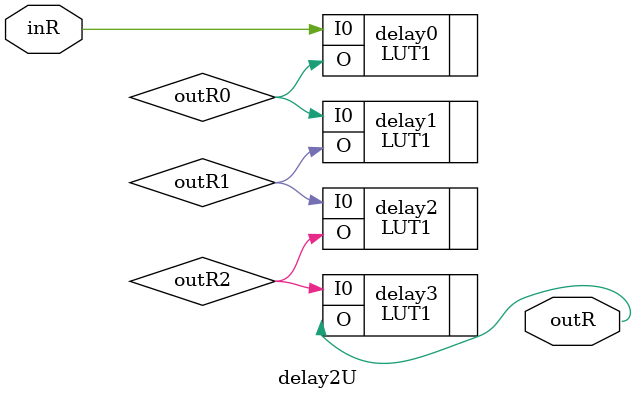
<source format=v>
`timescale 1ns / 1ps

(*dont_touch = "yes"*)module delay2U(inR, outR);
input inR;
output outR;

wire outR0,outR1,outR2;
(* dont_touch="true" *)LUT1 #(.INIT(2'b10)) delay0
(
    .O(outR0),
    .I0(inR)
);
(* dont_touch="true" *)LUT1 #(.INIT(2'b10)) delay1
(
    .O(outR1),
    .I0(outR0)
);
(* dont_touch="true" *)LUT1 #(.INIT(2'b10)) delay2
(
    .O(outR2),
    .I0(outR1)
);
(* dont_touch="true" *)LUT1 #(.INIT(2'b10)) delay3
(
    .O(outR),
    .I0(outR2)
);

endmodule
</source>
